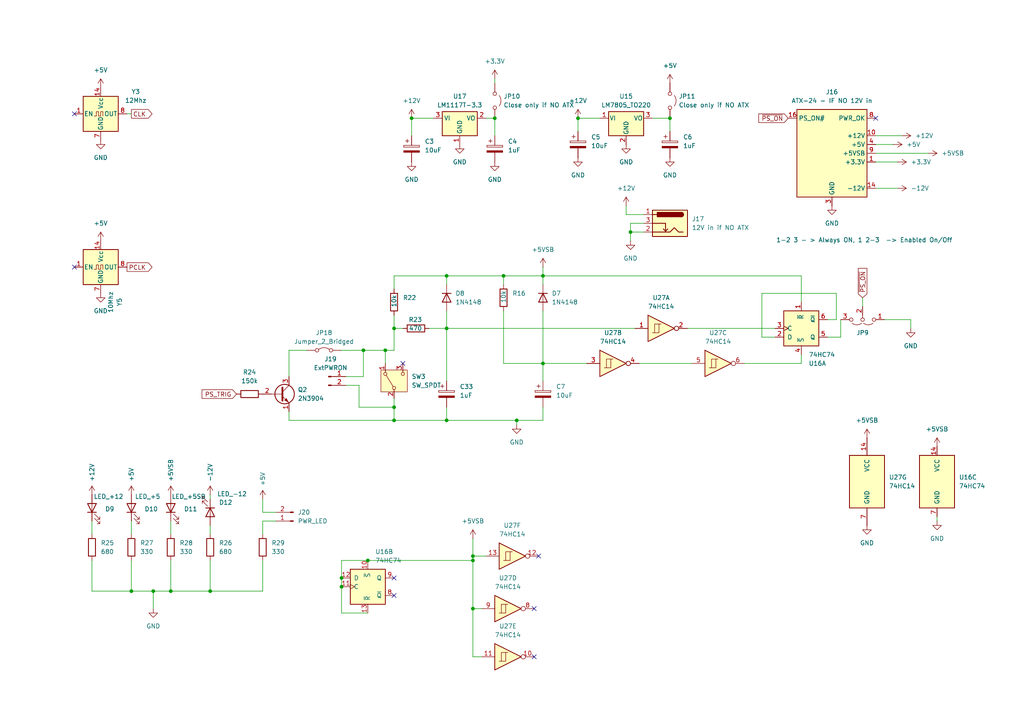
<source format=kicad_sch>
(kicad_sch (version 20250114) (generator "eeschema") (generator_version "9.0")
  (paper "A4")
  (lib_symbols
    (symbol "74xx:74HC14" (pin_names (offset 1.016))
      (property "Reference" "U" (at 0 1.27 0))
      (property "Value" "74HC14" (at 0 -1.27 0))
      (symbol "74HC14_1_0"
        (polyline (pts (xy -3.81 3.81) (xy -3.81 -3.81) (xy 3.81 0) (xy -3.81 3.81)) (stroke (width 0.254)) (fill (type background)))
        (pin input line (at -7.62 0 0) (length 3.81) (name "~") (number "1"))
        (pin output inverted (at 7.62 0 180) (length 3.81) (name "~") (number "2"))
      )
      (symbol "74HC14_1_1"
        (polyline (pts (xy -2.54 -1.27) (xy -0.635 -1.27) (xy -0.635 1.27) (xy 0 1.27)))
        (polyline (pts (xy -1.905 -1.27) (xy -1.905 1.27) (xy -0.635 1.27)))
      )
      (symbol "74HC14_2_0"
        (polyline (pts (xy -3.81 3.81) (xy -3.81 -3.81) (xy 3.81 0) (xy -3.81 3.81)) (stroke (width 0.254)) (fill (type background)))
        (pin input line (at -7.62 0 0) (length 3.81) (name "~") (number "3"))
        (pin output inverted (at 7.62 0 180) (length 3.81) (name "~") (number "4"))
      )
      (symbol "74HC14_2_1"
        (polyline (pts (xy -2.54 -1.27) (xy -0.635 -1.27) (xy -0.635 1.27) (xy 0 1.27)))
        (polyline (pts (xy -1.905 -1.27) (xy -1.905 1.27) (xy -0.635 1.27)))
      )
      (symbol "74HC14_3_0"
        (polyline (pts (xy -3.81 3.81) (xy -3.81 -3.81) (xy 3.81 0) (xy -3.81 3.81)) (stroke (width 0.254)) (fill (type background)))
        (pin input line (at -7.62 0 0) (length 3.81) (name "~") (number "5"))
        (pin output inverted (at 7.62 0 180) (length 3.81) (name "~") (number "6"))
      )
      (symbol "74HC14_3_1"
        (polyline (pts (xy -2.54 -1.27) (xy -0.635 -1.27) (xy -0.635 1.27) (xy 0 1.27)))
        (polyline (pts (xy -1.905 -1.27) (xy -1.905 1.27) (xy -0.635 1.27)))
      )
      (symbol "74HC14_4_0"
        (polyline (pts (xy -3.81 3.81) (xy -3.81 -3.81) (xy 3.81 0) (xy -3.81 3.81)) (stroke (width 0.254)) (fill (type background)))
        (pin input line (at -7.62 0 0) (length 3.81) (name "~") (number "9"))
        (pin output inverted (at 7.62 0 180) (length 3.81) (name "~") (number "8"))
      )
      (symbol "74HC14_4_1"
        (polyline (pts (xy -2.54 -1.27) (xy -0.635 -1.27) (xy -0.635 1.27) (xy 0 1.27)))
        (polyline (pts (xy -1.905 -1.27) (xy -1.905 1.27) (xy -0.635 1.27)))
      )
      (symbol "74HC14_5_0"
        (polyline (pts (xy -3.81 3.81) (xy -3.81 -3.81) (xy 3.81 0) (xy -3.81 3.81)) (stroke (width 0.254)) (fill (type background)))
        (pin input line (at -7.62 0 0) (length 3.81) (name "~") (number "11"))
        (pin output inverted (at 7.62 0 180) (length 3.81) (name "~") (number "10"))
      )
      (symbol "74HC14_5_1"
        (polyline (pts (xy -2.54 -1.27) (xy -0.635 -1.27) (xy -0.635 1.27) (xy 0 1.27)))
        (polyline (pts (xy -1.905 -1.27) (xy -1.905 1.27) (xy -0.635 1.27)))
      )
      (symbol "74HC14_6_0"
        (polyline (pts (xy -3.81 3.81) (xy -3.81 -3.81) (xy 3.81 0) (xy -3.81 3.81)) (stroke (width 0.254)) (fill (type background)))
        (pin input line (at -7.62 0 0) (length 3.81) (name "~") (number "13"))
        (pin output inverted (at 7.62 0 180) (length 3.81) (name "~") (number "12"))
      )
      (symbol "74HC14_6_1"
        (polyline (pts (xy -2.54 -1.27) (xy -0.635 -1.27) (xy -0.635 1.27) (xy 0 1.27)))
        (polyline (pts (xy -1.905 -1.27) (xy -1.905 1.27) (xy -0.635 1.27)))
      )
      (symbol "74HC14_7_0"
        (pin power_in line (at 0 12.7 270) (length 5.08) (name "VCC") (number "14"))
        (pin power_in line (at 0 -12.7 90) (length 5.08) (name "GND") (number "7"))
      )
      (symbol "74HC14_7_1"
        (rectangle (start -5.08 7.62) (end 5.08 -7.62) (stroke (width 0.254)) (fill (type background)))
      )
    )
    (symbol "74xx:74HC74" (pin_names (offset 1.016))
      (property "Reference" "U" (at -7.62 8.89 0))
      (property "Value" "74HC74" (at -7.62 -8.89 0))
      (symbol "74HC74_1_0"
        (pin input line (at -7.62 2.54 0) (length 2.54) (name "D") (number "2"))
        (pin input clock (at -7.62 0 0) (length 2.54) (name "C") (number "3"))
        (pin input line (at 0 7.62 270) (length 2.54) (name "~{S}") (number "4"))
        (pin input line (at 0 -7.62 90) (length 2.54) (name "~{R}") (number "1"))
        (pin output line (at 7.62 2.54 180) (length 2.54) (name "Q") (number "5"))
        (pin output line (at 7.62 -2.54 180) (length 2.54) (name "~{Q}") (number "6"))
      )
      (symbol "74HC74_1_1"
        (rectangle (start -5.08 5.08) (end 5.08 -5.08) (stroke (width 0.254)) (fill (type background)))
      )
      (symbol "74HC74_2_0"
        (pin input line (at -7.62 2.54 0) (length 2.54) (name "D") (number "12"))
        (pin input clock (at -7.62 0 0) (length 2.54) (name "C") (number "11"))
        (pin input line (at 0 7.62 270) (length 2.54) (name "~{S}") (number "10"))
        (pin input line (at 0 -7.62 90) (length 2.54) (name "~{R}") (number "13"))
        (pin output line (at 7.62 2.54 180) (length 2.54) (name "Q") (number "9"))
        (pin output line (at 7.62 -2.54 180) (length 2.54) (name "~{Q}") (number "8"))
      )
      (symbol "74HC74_2_1"
        (rectangle (start -5.08 5.08) (end 5.08 -5.08) (stroke (width 0.254)) (fill (type background)))
      )
      (symbol "74HC74_3_0"
        (pin power_in line (at 0 10.16 270) (length 2.54) (name "VCC") (number "14"))
        (pin power_in line (at 0 -10.16 90) (length 2.54) (name "GND") (number "7"))
      )
      (symbol "74HC74_3_1"
        (rectangle (start -5.08 7.62) (end 5.08 -7.62) (stroke (width 0.254)) (fill (type background)))
      )
    )
    (symbol "Connector:ATX-24"
      (property "Reference" "J" (at -8.89 13.97 0))
      (property "Value" "ATX-24" (at 6.35 13.97 0))
      (symbol "ATX-24_0_1"
        (rectangle (start -10.16 12.7) (end 10.16 -12.7) (stroke (width 0.254)) (fill (type background)))
      )
      (symbol "ATX-24_1_1"
        (pin open_collector line (at -12.7 10.16 0) (length 2.54) (name "PS_ON#") (number "16"))
        (pin no_connect line (at -10.16 0 0) (length 2.54) (hide yes) (name "NC") (number "20"))
        (pin passive line (at 0 -15.24 90) (length 2.54) (hide yes) (name "GND") (number "15"))
        (pin passive line (at 0 -15.24 90) (length 2.54) (hide yes) (name "GND") (number "17"))
        (pin passive line (at 0 -15.24 90) (length 2.54) (hide yes) (name "GND") (number "18"))
        (pin passive line (at 0 -15.24 90) (length 2.54) (hide yes) (name "GND") (number "19"))
        (pin passive line (at 0 -15.24 90) (length 2.54) (hide yes) (name "GND") (number "24"))
        (pin power_out line (at 0 -15.24 90) (length 2.54) (name "GND") (number "3"))
        (pin passive line (at 0 -15.24 90) (length 2.54) (hide yes) (name "GND") (number "5"))
        (pin passive line (at 0 -15.24 90) (length 2.54) (hide yes) (name "GND") (number "7"))
        (pin output line (at 12.7 10.16 180) (length 2.54) (name "PWR_OK") (number "8"))
        (pin power_out line (at 12.7 5.08 180) (length 2.54) (name "+12V") (number "10"))
        (pin passive line (at 12.7 5.08 180) (length 2.54) (hide yes) (name "+12V") (number "11"))
        (pin passive line (at 12.7 2.54 180) (length 2.54) (hide yes) (name "+5V") (number "21"))
        (pin passive line (at 12.7 2.54 180) (length 2.54) (hide yes) (name "+5V") (number "22"))
        (pin passive line (at 12.7 2.54 180) (length 2.54) (hide yes) (name "+5V") (number "23"))
        (pin power_out line (at 12.7 2.54 180) (length 2.54) (name "+5V") (number "4"))
        (pin passive line (at 12.7 2.54 180) (length 2.54) (hide yes) (name "+5V") (number "6"))
        (pin power_out line (at 12.7 0 180) (length 2.54) (name "+5VSB") (number "9"))
        (pin power_out line (at 12.7 -2.54 180) (length 2.54) (name "+3.3V") (number "1"))
        (pin passive line (at 12.7 -2.54 180) (length 2.54) (hide yes) (name "+3.3V") (number "12"))
        (pin passive line (at 12.7 -2.54 180) (length 2.54) (hide yes) (name "+3.3V") (number "13"))
        (pin passive line (at 12.7 -2.54 180) (length 2.54) (hide yes) (name "+3.3V") (number "2"))
        (pin power_out line (at 12.7 -10.16 180) (length 2.54) (name "-12V") (number "14"))
      )
    )
    (symbol "Connector:Barrel_Jack_Switch" (pin_names (hide yes))
      (property "Reference" "J" (at 0 5.334 0))
      (property "Value" "Barrel_Jack_Switch" (at 0 -5.08 0))
      (symbol "Barrel_Jack_Switch_0_1"
        (rectangle (start -5.08 3.81) (end 5.08 -3.81) (stroke (width 0.254)) (fill (type background)))
        (polyline (pts (xy -3.81 -2.54) (xy -2.54 -2.54) (xy -1.27 -1.27) (xy 0 -2.54) (xy 2.54 -2.54) (xy 5.08 -2.54)) (stroke (width 0.254)))
        (arc (start -3.302 1.905) (mid -3.9343 2.54) (end -3.302 3.175) (stroke (width 0.254)))
        (arc (start -3.302 1.905) (mid -3.9343 2.54) (end -3.302 3.175) (stroke (width 0.254)) (fill (type outline)))
        (polyline (pts (xy 1.27 -2.286) (xy 1.905 -1.651)) (stroke (width 0.254)))
        (rectangle (start 3.683 3.175) (end -3.302 1.905) (stroke (width 0.254)) (fill (type outline)))
        (polyline (pts (xy 5.08 2.54) (xy 3.81 2.54)) (stroke (width 0.254)))
        (polyline (pts (xy 5.08 0) (xy 1.27 0) (xy 1.27 -2.286) (xy 0.635 -1.651)) (stroke (width 0.254)))
      )
      (symbol "Barrel_Jack_Switch_1_1"
        (pin passive line (at 7.62 2.54 180) (length 2.54) (name "~") (number "1"))
        (pin passive line (at 7.62 0 180) (length 2.54) (name "~") (number "3"))
        (pin passive line (at 7.62 -2.54 180) (length 2.54) (name "~") (number "2"))
      )
    )
    (symbol "Connector:Conn_01x02_Pin" (pin_names (offset 1.016) (hide yes))
      (property "Reference" "J" (at 0 2.54 0))
      (property "Value" "Conn_01x02_Pin" (at 0 -5.08 0))
      (symbol "Conn_01x02_Pin_1_1"
        (rectangle (start 0.8636 0.127) (end 0 -0.127) (stroke (width 0.1524)) (fill (type outline)))
        (rectangle (start 0.8636 -2.413) (end 0 -2.667) (stroke (width 0.1524)) (fill (type outline)))
        (polyline (pts (xy 1.27 0) (xy 0.8636 0)) (stroke (width 0.1524)))
        (polyline (pts (xy 1.27 -2.54) (xy 0.8636 -2.54)) (stroke (width 0.1524)))
        (pin passive line (at 5.08 0 180) (length 3.81) (name "Pin_1") (number "1"))
        (pin passive line (at 5.08 -2.54 180) (length 3.81) (name "Pin_2") (number "2"))
      )
    )
    (symbol "Device:C_Polarized" (pin_numbers (hide yes)) (pin_names (offset 0.254))
      (property "Reference" "C" (at 0.635 2.54 0))
      (property "Value" "C_Polarized" (at 0.635 -2.54 0))
      (symbol "C_Polarized_0_1"
        (rectangle (start -2.286 0.508) (end 2.286 1.016))
        (polyline (pts (xy -1.778 2.286) (xy -0.762 2.286)))
        (polyline (pts (xy -1.27 2.794) (xy -1.27 1.778)))
        (rectangle (start 2.286 -0.508) (end -2.286 -1.016) (fill (type outline)))
      )
      (symbol "C_Polarized_1_1"
        (pin passive line (at 0 3.81 270) (length 2.794) (name "~") (number "1"))
        (pin passive line (at 0 -3.81 90) (length 2.794) (name "~") (number "2"))
      )
    )
    (symbol "Device:LED" (pin_numbers (hide yes)) (pin_names (offset 1.016) (hide yes))
      (property "Reference" "D" (at 0 2.54 0))
      (property "Value" "LED" (at 0 -2.54 0))
      (symbol "LED_0_1"
        (polyline (pts (xy -3.048 -0.762) (xy -4.572 -2.286) (xy -3.81 -2.286) (xy -4.572 -2.286) (xy -4.572 -1.524)))
        (polyline (pts (xy -1.778 -0.762) (xy -3.302 -2.286) (xy -2.54 -2.286) (xy -3.302 -2.286) (xy -3.302 -1.524)))
        (polyline (pts (xy -1.27 0) (xy 1.27 0)))
        (polyline (pts (xy -1.27 -1.27) (xy -1.27 1.27)) (stroke (width 0.254)))
        (polyline (pts (xy 1.27 -1.27) (xy 1.27 1.27) (xy -1.27 0) (xy 1.27 -1.27)) (stroke (width 0.254)))
      )
      (symbol "LED_1_1"
        (pin passive line (at -3.81 0 0) (length 2.54) (name "K") (number "1"))
        (pin passive line (at 3.81 0 180) (length 2.54) (name "A") (number "2"))
      )
    )
    (symbol "Device:R" (pin_numbers (hide yes)) (pin_names (offset 0))
      (property "Reference" "R" (at 2.032 0 90))
      (property "Value" "R" (at 0 0 90))
      (symbol "R_0_1"
        (rectangle (start -1.016 -2.54) (end 1.016 2.54) (stroke (width 0.254)))
      )
      (symbol "R_1_1"
        (pin passive line (at 0 3.81 270) (length 1.27) (name "~") (number "1"))
        (pin passive line (at 0 -3.81 90) (length 1.27) (name "~") (number "2"))
      )
    )
    (symbol "Diode:1N4148" (pin_numbers (hide yes)) (pin_names (hide yes))
      (property "Reference" "D" (at 0 2.54 0))
      (property "Value" "1N4148" (at 0 -2.54 0))
      (symbol "1N4148_0_1"
        (polyline (pts (xy -1.27 1.27) (xy -1.27 -1.27)) (stroke (width 0.254)))
        (polyline (pts (xy 1.27 1.27) (xy 1.27 -1.27) (xy -1.27 0) (xy 1.27 1.27)) (stroke (width 0.254)))
        (polyline (pts (xy 1.27 0) (xy -1.27 0)))
      )
      (symbol "1N4148_1_1"
        (pin passive line (at -3.81 0 0) (length 2.54) (name "K") (number "1"))
        (pin passive line (at 3.81 0 180) (length 2.54) (name "A") (number "2"))
      )
    )
    (symbol "Jumper:Jumper_2_Bridged" (pin_numbers (hide yes)) (pin_names (offset 0) (hide yes))
      (property "Reference" "JP" (at 0 1.905 0))
      (property "Value" "Jumper_2_Bridged" (at 0 -2.54 0))
      (symbol "Jumper_2_Bridged_0_0"
        (circle (center -2.032 0) (radius 0.508))
        (circle (center 2.032 0) (radius 0.508))
      )
      (symbol "Jumper_2_Bridged_0_1"
        (arc (start -1.524 0.254) (mid 0 0.762) (end 1.524 0.254))
      )
      (symbol "Jumper_2_Bridged_1_1"
        (pin passive line (at -5.08 0 0) (length 2.54) (name "A") (number "1"))
        (pin passive line (at 5.08 0 180) (length 2.54) (name "B") (number "2"))
      )
    )
    (symbol "Jumper:Jumper_2_Open" (pin_numbers (hide yes)) (pin_names (offset 0) (hide yes))
      (property "Reference" "JP" (at 0 2.794 0))
      (property "Value" "Jumper_2_Open" (at 0 -2.286 0))
      (symbol "Jumper_2_Open_0_0"
        (circle (center -2.032 0) (radius 0.508))
        (circle (center 2.032 0) (radius 0.508))
      )
      (symbol "Jumper_2_Open_0_1"
        (arc (start -1.524 1.27) (mid 0 1.778) (end 1.524 1.27))
      )
      (symbol "Jumper_2_Open_1_1"
        (pin passive line (at -5.08 0 0) (length 2.54) (name "A") (number "1"))
        (pin passive line (at 5.08 0 180) (length 2.54) (name "B") (number "2"))
      )
    )
    (symbol "Jumper:Jumper_3_Open" (pin_names (offset 0) (hide yes)) (in_bom no)
      (property "Reference" "JP" (at -2.54 -2.54 0))
      (property "Value" "Jumper_3_Open" (at 0 2.794 0))
      (symbol "Jumper_3_Open_0_0"
        (circle (center -3.302 0) (radius 0.508))
        (circle (center 0 0) (radius 0.508))
        (circle (center 3.302 0) (radius 0.508))
      )
      (symbol "Jumper_3_Open_0_1"
        (arc (start -3.048 1.016) (mid -1.651 1.4992) (end -0.254 1.016))
        (polyline (pts (xy 0 -0.508) (xy 0 -1.27)))
        (arc (start 0.254 1.016) (mid 1.651 1.4992) (end 3.048 1.016))
      )
      (symbol "Jumper_3_Open_1_1"
        (pin passive line (at -6.35 0 0) (length 2.54) (name "A") (number "1"))
        (pin passive line (at 0 -3.81 90) (length 2.54) (name "C") (number "2"))
        (pin passive line (at 6.35 0 180) (length 2.54) (name "B") (number "3"))
      )
    )
    (symbol "Oscillator:CXO_DIP14" (pin_names (offset 0.254))
      (property "Reference" "Y" (at -5.08 6.35 0))
      (property "Value" "CXO_DIP14" (at 1.27 -6.35 0))
      (symbol "CXO_DIP14_0_1"
        (rectangle (start -5.08 5.08) (end 5.08 -5.08) (stroke (width 0.254)) (fill (type background)))
        (polyline (pts (xy -1.905 -0.635) (xy -1.27 -0.635) (xy -1.27 0.635) (xy -0.635 0.635) (xy -0.635 -0.635) (xy 0 -0.635) (xy 0 0.635) (xy 0.635 0.635) (xy 0.635 -0.635)))
      )
      (symbol "CXO_DIP14_1_1"
        (pin input line (at -7.62 0 0) (length 2.54) (name "EN") (number "1"))
        (pin power_in line (at 0 7.62 270) (length 2.54) (name "Vcc") (number "14"))
        (pin power_in line (at 0 -7.62 90) (length 2.54) (name "GND") (number "7"))
        (pin output line (at 7.62 0 180) (length 2.54) (name "OUT") (number "8"))
      )
    )
    (symbol "Regulator_Linear:LM1117T-3.3"
      (property "Reference" "U" (at -3.81 3.175 0))
      (property "Value" "LM1117T-3.3" (at 0 3.175 0))
      (symbol "LM1117T-3.3_0_1"
        (rectangle (start -5.08 -5.08) (end 5.08 1.905) (stroke (width 0.254)) (fill (type background)))
      )
      (symbol "LM1117T-3.3_1_1"
        (pin power_in line (at -7.62 0 0) (length 2.54) (name "VI") (number "3"))
        (pin power_in line (at 0 -7.62 90) (length 2.54) (name "GND") (number "1"))
        (pin power_out line (at 7.62 0 180) (length 2.54) (name "VO") (number "2"))
      )
    )
    (symbol "Regulator_Linear:LM7805_TO220" (pin_names (offset 0.254))
      (property "Reference" "U" (at -3.81 3.175 0))
      (property "Value" "LM7805_TO220" (at 0 3.175 0))
      (symbol "LM7805_TO220_0_1"
        (rectangle (start -5.08 1.905) (end 5.08 -5.08) (stroke (width 0.254)) (fill (type background)))
      )
      (symbol "LM7805_TO220_1_1"
        (pin power_in line (at -7.62 0 0) (length 2.54) (name "VI") (number "1"))
        (pin power_in line (at 0 -7.62 90) (length 2.54) (name "GND") (number "2"))
        (pin power_out line (at 7.62 0 180) (length 2.54) (name "VO") (number "3"))
      )
    )
    (symbol "Switch:SW_SPDT" (pin_names (offset 0) (hide yes))
      (property "Reference" "SW" (at 0 5.08 0))
      (property "Value" "SW_SPDT" (at 0 -5.08 0))
      (symbol "SW_SPDT_0_1"
        (circle (center -2.032 0) (radius 0.4572))
        (polyline (pts (xy -1.651 0.254) (xy 1.651 2.286)))
        (circle (center 2.032 2.54) (radius 0.4572))
        (circle (center 2.032 -2.54) (radius 0.4572))
      )
      (symbol "SW_SPDT_1_1"
        (rectangle (start -3.175 3.81) (end 3.175 -3.81) (fill (type background)))
        (pin passive line (at -5.08 0 0) (length 2.54) (name "B") (number "2"))
        (pin passive line (at 5.08 2.54 180) (length 2.54) (name "A") (number "1"))
        (pin passive line (at 5.08 -2.54 180) (length 2.54) (name "C") (number "3"))
      )
    )
    (symbol "Transistor_BJT:2N3904" (pin_names (offset 0) (hide yes))
      (property "Reference" "Q" (at 5.08 1.905 0))
      (property "Value" "2N3904" (at 5.08 0 0))
      (symbol "2N3904_0_1"
        (polyline (pts (xy -2.54 0) (xy 0.635 0)))
        (polyline (pts (xy 0.635 1.905) (xy 0.635 -1.905)) (stroke (width 0.508)))
        (circle (center 1.27 0) (radius 2.8194) (stroke (width 0.254)))
      )
      (symbol "2N3904_1_1"
        (polyline (pts (xy 0.635 0.635) (xy 2.54 2.54)))
        (polyline (pts (xy 0.635 -0.635) (xy 2.54 -2.54)))
        (polyline (pts (xy 1.27 -1.778) (xy 1.778 -1.27) (xy 2.286 -2.286) (xy 1.27 -1.778)) (fill (type outline)))
        (pin input line (at -5.08 0 0) (length 2.54) (name "B") (number "2"))
        (pin passive line (at 2.54 5.08 270) (length 2.54) (name "C") (number "3"))
        (pin passive line (at 2.54 -5.08 90) (length 2.54) (name "E") (number "1"))
      )
    )
    (symbol "power:+12V" (power) (pin_numbers (hide yes)) (pin_names (offset 0) (hide yes))
      (property "Value" "+12V" (at 0 3.556 0))
      (symbol "+12V_0_1"
        (polyline (pts (xy -0.762 1.27) (xy 0 2.54)))
        (polyline (pts (xy 0 2.54) (xy 0.762 1.27)))
        (polyline (pts (xy 0 0) (xy 0 2.54)))
      )
      (symbol "+12V_1_1"
        (pin power_in line (at 0 0 90) (length 0) (name "~") (number "1"))
      )
    )
    (symbol "power:+3.3V" (power) (pin_numbers (hide yes)) (pin_names (offset 0) (hide yes))
      (property "Value" "+3.3V" (at 0 3.556 0))
      (symbol "+3.3V_0_1"
        (polyline (pts (xy -0.762 1.27) (xy 0 2.54)))
        (polyline (pts (xy 0 2.54) (xy 0.762 1.27)))
        (polyline (pts (xy 0 0) (xy 0 2.54)))
      )
      (symbol "+3.3V_1_1"
        (pin power_in line (at 0 0 90) (length 0) (name "~") (number "1"))
      )
    )
    (symbol "power:+5V" (power) (pin_numbers (hide yes)) (pin_names (offset 0) (hide yes))
      (property "Value" "+5V" (at 0 3.556 0))
      (symbol "+5V_0_1"
        (polyline (pts (xy -0.762 1.27) (xy 0 2.54)))
        (polyline (pts (xy 0 2.54) (xy 0.762 1.27)))
        (polyline (pts (xy 0 0) (xy 0 2.54)))
      )
      (symbol "+5V_1_1"
        (pin power_in line (at 0 0 90) (length 0) (name "~") (number "1"))
      )
    )
    (symbol "power:GND" (power) (pin_numbers (hide yes)) (pin_names (offset 0) (hide yes))
      (property "Value" "GND" (at 0 -3.81 0))
      (symbol "GND_0_1"
        (polyline (pts (xy 0 0) (xy 0 -1.27) (xy 1.27 -1.27) (xy 0 -2.54) (xy -1.27 -1.27) (xy 0 -1.27)))
      )
      (symbol "GND_1_1"
        (pin power_in line (at 0 0 270) (length 0) (name "~") (number "1"))
      )
    )
  )
  (junction (at 99.06 170.18))
  (junction (at 119.38 34.29))
  (junction (at 111.76 101.6))
  (junction (at 146.05 80.01))
  (junction (at 129.54 95.25))
  (junction (at 99.06 167.64))
  (junction (at 194.31 34.29))
  (junction (at 137.16 176.53))
  (junction (at 143.51 34.29))
  (junction (at 60.96 171.45))
  (junction (at 182.88 67.31))
  (junction (at 137.16 162.56))
  (junction (at 137.16 161.29))
  (junction (at 114.3 121.92))
  (junction (at 129.54 121.92))
  (junction (at 44.45 171.45))
  (junction (at 106.68 162.56))
  (junction (at 114.3 118.11))
  (junction (at 129.54 80.01))
  (junction (at 157.48 80.01))
  (junction (at 114.3 95.25))
  (junction (at 49.53 171.45))
  (junction (at 167.64 34.29))
  (junction (at 157.48 105.41))
  (junction (at 38.1 171.45))
  (junction (at 149.86 121.92))
  (junction (at 105.41 101.6))
  (no_connect (at 116.84 105.41))
  (no_connect (at 154.94 190.5))
  (no_connect (at 114.3 167.64))
  (no_connect (at 254 34.29))
  (no_connect (at 114.3 172.72))
  (no_connect (at 21.59 77.47))
  (no_connect (at 156.21 161.29))
  (no_connect (at 154.94 176.53))
  (no_connect (at 21.59 33.02))
  (wire (pts (xy 114.3 80.01) (xy 129.54 80.01)))
  (wire (pts (xy 99.06 167.64) (xy 99.06 162.56)))
  (wire (pts (xy 146.05 90.17) (xy 146.05 105.41)))
  (wire (pts (xy 157.48 110.49) (xy 157.48 105.41)))
  (wire (pts (xy 100.33 109.22) (xy 105.41 109.22)))
  (wire (pts (xy 240.03 97.79) (xy 243.84 97.79)))
  (wire (pts (xy 26.67 151.13) (xy 26.67 154.94)))
  (wire (pts (xy 114.3 83.82) (xy 114.3 80.01)))
  (wire (pts (xy 254 44.45) (xy 269.24 44.45)))
  (wire (pts (xy 250.19 86.36) (xy 250.19 88.9)))
  (wire (pts (xy 111.76 101.6) (xy 111.76 105.41)))
  (wire (pts (xy 114.3 95.25) (xy 114.3 101.6)))
  (wire (pts (xy 83.82 101.6) (xy 83.82 109.22)))
  (wire (pts (xy 242.57 85.09) (xy 220.98 85.09)))
  (wire (pts (xy 167.64 38.1) (xy 167.64 34.29)))
  (wire (pts (xy 114.3 91.44) (xy 114.3 95.25)))
  (wire (pts (xy 99.06 177.8) (xy 99.06 170.18)))
  (wire (pts (xy 105.41 101.6) (xy 111.76 101.6)))
  (wire (pts (xy 114.3 118.11) (xy 114.3 121.92)))
  (wire (pts (xy 232.41 80.01) (xy 157.48 80.01)))
  (wire (pts (xy 44.45 171.45) (xy 44.45 176.53)))
  (wire (pts (xy 182.88 69.85) (xy 182.88 67.31)))
  (wire (pts (xy 143.51 22.86) (xy 143.51 24.13)))
  (wire (pts (xy 182.88 67.31) (xy 186.69 67.31)))
  (wire (pts (xy 137.16 176.53) (xy 139.7 176.53)))
  (wire (pts (xy 26.67 162.56) (xy 26.67 171.45)))
  (wire (pts (xy 80.01 151.13) (xy 76.2 151.13)))
  (wire (pts (xy 99.06 170.18) (xy 99.06 167.64)))
  (wire (pts (xy 254 41.91) (xy 259.08 41.91)))
  (wire (pts (xy 60.96 143.51) (xy 60.96 144.78)))
  (wire (pts (xy 76.2 171.45) (xy 60.96 171.45)))
  (wire (pts (xy 104.14 111.76) (xy 104.14 118.11)))
  (wire (pts (xy 140.97 34.29) (xy 143.51 34.29)))
  (wire (pts (xy 181.61 62.23) (xy 186.69 62.23)))
  (wire (pts (xy 49.53 151.13) (xy 49.53 154.94)))
  (wire (pts (xy 182.88 64.77) (xy 182.88 67.31)))
  (wire (pts (xy 105.41 109.22) (xy 105.41 101.6)))
  (wire (pts (xy 157.48 121.92) (xy 149.86 121.92)))
  (wire (pts (xy 104.14 118.11) (xy 114.3 118.11)))
  (wire (pts (xy 256.54 92.71) (xy 264.16 92.71)))
  (wire (pts (xy 100.33 111.76) (xy 104.14 111.76)))
  (wire (pts (xy 149.86 121.92) (xy 149.86 123.19)))
  (wire (pts (xy 194.31 34.29) (xy 194.31 38.1)))
  (wire (pts (xy 181.61 59.69) (xy 181.61 62.23)))
  (wire (pts (xy 36.83 33.02) (xy 38.1 33.02)))
  (wire (pts (xy 60.96 152.4) (xy 60.96 154.94)))
  (wire (pts (xy 129.54 95.25) (xy 129.54 110.49)))
  (wire (pts (xy 232.41 105.41) (xy 232.41 102.87)))
  (wire (pts (xy 137.16 156.21) (xy 137.16 161.29)))
  (wire (pts (xy 83.82 119.38) (xy 83.82 121.92)))
  (wire (pts (xy 76.2 148.59) (xy 80.01 148.59)))
  (wire (pts (xy 143.51 34.29) (xy 143.51 39.37)))
  (wire (pts (xy 38.1 162.56) (xy 38.1 171.45)))
  (wire (pts (xy 146.05 80.01) (xy 157.48 80.01)))
  (wire (pts (xy 254 54.61) (xy 260.35 54.61)))
  (wire (pts (xy 60.96 162.56) (xy 60.96 171.45)))
  (wire (pts (xy 129.54 82.55) (xy 129.54 80.01)))
  (wire (pts (xy 129.54 80.01) (xy 146.05 80.01)))
  (wire (pts (xy 137.16 161.29) (xy 140.97 161.29)))
  (wire (pts (xy 129.54 95.25) (xy 184.15 95.25)))
  (wire (pts (xy 254 46.99) (xy 260.35 46.99)))
  (wire (pts (xy 271.78 149.86) (xy 271.78 151.13)))
  (wire (pts (xy 220.98 85.09) (xy 220.98 97.79)))
  (wire (pts (xy 264.16 92.71) (xy 264.16 95.25)))
  (wire (pts (xy 149.86 121.92) (xy 129.54 121.92)))
  (wire (pts (xy 83.82 121.92) (xy 114.3 121.92)))
  (wire (pts (xy 76.2 162.56) (xy 76.2 171.45)))
  (wire (pts (xy 157.48 77.47) (xy 157.48 80.01)))
  (wire (pts (xy 49.53 162.56) (xy 49.53 171.45)))
  (wire (pts (xy 157.48 80.01) (xy 157.48 82.55)))
  (wire (pts (xy 38.1 171.45) (xy 44.45 171.45)))
  (wire (pts (xy 26.67 171.45) (xy 38.1 171.45)))
  (wire (pts (xy 137.16 162.56) (xy 137.16 176.53)))
  (wire (pts (xy 119.38 39.37) (xy 119.38 34.29)))
  (wire (pts (xy 99.06 162.56) (xy 106.68 162.56)))
  (wire (pts (xy 114.3 115.57) (xy 114.3 118.11)))
  (wire (pts (xy 76.2 144.78) (xy 76.2 148.59)))
  (wire (pts (xy 186.69 64.77) (xy 182.88 64.77)))
  (wire (pts (xy 243.84 97.79) (xy 243.84 92.71)))
  (wire (pts (xy 137.16 176.53) (xy 137.16 190.5)))
  (wire (pts (xy 146.05 82.55) (xy 146.05 80.01)))
  (wire (pts (xy 83.82 101.6) (xy 88.9 101.6)))
  (wire (pts (xy 220.98 97.79) (xy 224.79 97.79)))
  (wire (pts (xy 189.23 34.29) (xy 194.31 34.29)))
  (wire (pts (xy 232.41 87.63) (xy 232.41 80.01)))
  (wire (pts (xy 242.57 92.71) (xy 242.57 85.09)))
  (wire (pts (xy 114.3 121.92) (xy 129.54 121.92)))
  (wire (pts (xy 119.38 34.29) (xy 125.73 34.29)))
  (wire (pts (xy 199.39 95.25) (xy 224.79 95.25)))
  (wire (pts (xy 157.48 105.41) (xy 170.18 105.41)))
  (wire (pts (xy 106.68 177.8) (xy 99.06 177.8)))
  (wire (pts (xy 129.54 90.17) (xy 129.54 95.25)))
  (wire (pts (xy 76.2 151.13) (xy 76.2 154.94)))
  (wire (pts (xy 137.16 190.5) (xy 139.7 190.5)))
  (wire (pts (xy 167.64 34.29) (xy 173.99 34.29)))
  (wire (pts (xy 60.96 171.45) (xy 49.53 171.45)))
  (wire (pts (xy 146.05 105.41) (xy 157.48 105.41)))
  (wire (pts (xy 157.48 90.17) (xy 157.48 105.41)))
  (wire (pts (xy 111.76 101.6) (xy 114.3 101.6)))
  (wire (pts (xy 240.03 92.71) (xy 242.57 92.71)))
  (wire (pts (xy 157.48 118.11) (xy 157.48 121.92)))
  (wire (pts (xy 114.3 95.25) (xy 116.84 95.25)))
  (wire (pts (xy 129.54 121.92) (xy 129.54 118.11)))
  (wire (pts (xy 106.68 162.56) (xy 137.16 162.56)))
  (wire (pts (xy 38.1 151.13) (xy 38.1 154.94)))
  (wire (pts (xy 261.62 39.37) (xy 254 39.37)))
  (wire (pts (xy 49.53 171.45) (xy 44.45 171.45)))
  (wire (pts (xy 99.06 101.6) (xy 105.41 101.6)))
  (wire (pts (xy 215.9 105.41) (xy 232.41 105.41)))
  (wire (pts (xy 124.46 95.25) (xy 129.54 95.25)))
  (wire (pts (xy 185.42 105.41) (xy 200.66 105.41)))
  (wire (pts (xy 137.16 161.29) (xy 137.16 162.56)))
  (global_label "CLK" (shape output) (at 38.1 33.02 0) (property "Intersheetrefs" "${INTERSHEET_REFS}" (effects (hide yes))))
  (global_label "~{PS_ON}" (shape input) (at 228.6 34.29 180) (property "Intersheetrefs" "${INTERSHEET_REFS}" (effects (hide yes))))
  (global_label "PS_TRIG" (shape input) (at 68.58 114.3 180) (property "Intersheetrefs" "${INTERSHEET_REFS}" (effects (hide yes))))
  (global_label "~{PS_ON}" (shape input) (at 250.19 86.36 90) (property "Intersheetrefs" "${INTERSHEET_REFS}" (effects (hide yes))))
  (global_label "PCLK" (shape output) (at 36.83 77.47 0) (property "Intersheetrefs" "${INTERSHEET_REFS}" (effects (hide yes))))
  (symbol (lib_id "Device:C_Polarized") (at 194.31 41.91 0) (unit 1)
    (property "Reference" "C6" (at 198.12 39.7509 0) (effects (justify left)))
    (property "Value" "1uF" (at 198.12 42.2909 0) (effects (justify left)))
    (property "Footprint" "Capacitor_THT:CP_Radial_D5.0mm_P2.50mm" (effects (hide yes)))
    (property "Description" "Polarized capacitor" (effects (hide yes)))
  )
  (symbol (lib_id "power:GND") (at 194.31 45.72 0) (unit 1)
    (property "Reference" "#PWR053" (effects (hide yes)))
    (property "Value" "GND" (at 194.31 50.8 0))
    (property "Description" "Power symbol creates a global label with name \"GND\" , ground" (effects (hide yes)))
  )
  (symbol (lib_id "power:GND") (at 271.78 151.13 0) (unit 1)
    (property "Reference" "#PWR060" (effects (hide yes)))
    (property "Value" "GND" (at 271.78 156.21 0))
    (property "Description" "Power symbol creates a global label with name \"GND\" , ground" (effects (hide yes)))
  )
  (symbol (lib_id "power:+12V") (at 261.62 39.37 270) (unit 1)
    (property "Reference" "#PWR057" (effects (hide yes)))
    (property "Value" "+12V" (at 265.43 39.3699 90) (effects (justify left)))
    (property "Description" "Power symbol creates a global label with name \"+12V\"" (effects (hide yes)))
  )
  (symbol (lib_id "Jumper:Jumper_2_Open") (at 194.31 29.21 270) (unit 1)
    (property "Reference" "JP11" (at 196.85 27.9399 90) (effects (justify left)))
    (property "Value" "Close only if NO ATX" (at 196.85 30.4799 90) (effects (justify left)))
    (property "Footprint" "Connector_PinHeader_2.54mm:PinHeader_1x02_P2.54mm_Vertical" (effects (hide yes)))
    (property "Description" "Jumper, 2-pole, open" (effects (hide yes)))
  )
  (symbol (lib_id "power:+12V") (at 271.78 129.54 0) (unit 1)
    (property "Reference" "#PWR0111" (effects (hide yes)))
    (property "Value" "+5VSB" (at 271.78 124.46 0))
    (property "Description" "Power symbol creates a global label with name \"+12V\"" (effects (hide yes)))
  )
  (symbol (lib_id "power:+12V") (at 259.08 41.91 270) (unit 1)
    (property "Reference" "#PWR058" (effects (hide yes)))
    (property "Value" "+5V" (at 262.89 41.9099 90) (effects (justify left)))
    (property "Description" "Power symbol creates a global label with name \"+12V\"" (effects (hide yes)))
  )
  (symbol (lib_id "74xx:74HC14") (at 148.59 161.29 0) (unit 6)
    (property "Reference" "U27" (at 148.59 152.4 0))
    (property "Value" "74HC14" (at 148.59 154.94 0))
    (property "Footprint" "Package_DIP:DIP-14_W7.62mm_Socket_LongPads" (effects (hide yes)))
    (property "Datasheet" "http://www.ti.com/lit/gpn/sn74HC14" (effects (hide yes)))
    (property "Description" "Hex inverter schmitt trigger" (effects (hide yes)))
  )
  (symbol (lib_id "power:+3.3V") (at 260.35 46.99 270) (unit 1)
    (property "Reference" "#PWR059" (effects (hide yes)))
    (property "Value" "+3.3V" (at 264.16 46.9899 90) (effects (justify left)))
    (property "Description" "Power symbol creates a global label with name \"+3.3V\"" (effects (hide yes)))
  )
  (symbol (lib_id "power:GND") (at 182.88 69.85 0) (unit 1)
    (property "Reference" "#PWR069" (effects (hide yes)))
    (property "Value" "GND" (at 182.88 74.93 0))
    (property "Description" "Power symbol creates a global label with name \"GND\" , ground" (effects (hide yes)))
  )
  (symbol (lib_id "Device:C_Polarized") (at 143.51 43.18 0) (unit 1)
    (property "Reference" "C4" (at 147.32 41.0209 0) (effects (justify left)))
    (property "Value" "1uF" (at 147.32 43.5609 0) (effects (justify left)))
    (property "Footprint" "Capacitor_THT:CP_Radial_D5.0mm_P2.50mm" (effects (hide yes)))
    (property "Description" "Polarized capacitor" (effects (hide yes)))
  )
  (symbol (lib_id "Switch:SW_SPDT") (at 114.3 110.49 90) (unit 1)
    (property "Reference" "SW3" (at 119.38 109.2199 90) (effects (justify right)))
    (property "Value" "SW_SPDT" (at 119.38 111.7599 90) (effects (justify right)))
    (property "Footprint" "Button_Switch_THT:SW_Slide_SPDT_Angled_CK_OS102011MA1Q" (effects (hide yes)))
    (property "Description" "Switch, single pole double throw" (effects (hide yes)))
  )
  (symbol (lib_id "Device:R") (at 146.05 86.36 0) (unit 1)
    (property "Reference" "R16" (at 148.59 85.0899 0) (effects (justify left)))
    (property "Value" "10k" (at 146.05 87.884 90) (effects (justify left)))
    (property "Footprint" "Resistor_THT:R_Axial_DIN0207_L6.3mm_D2.5mm_P10.16mm_Horizontal" (effects (hide yes)))
    (property "Description" "Resistor" (effects (hide yes)))
  )
  (symbol (lib_id "Device:R") (at 120.65 95.25 90) (unit 1)
    (property "Reference" "R23" (at 122.428 92.71 90) (effects (justify left)))
    (property "Value" "470" (at 122.428 95.25 90) (effects (justify left)))
    (property "Footprint" "Resistor_THT:R_Axial_DIN0207_L6.3mm_D2.5mm_P10.16mm_Horizontal" (effects (hide yes)))
    (property "Description" "Resistor" (effects (hide yes)))
  )
  (symbol (lib_id "Device:R") (at 26.67 158.75 0) (unit 1)
    (property "Reference" "R25" (at 29.21 157.4799 0) (effects (justify left)))
    (property "Value" "680" (at 29.21 160.0199 0) (effects (justify left)))
    (property "Footprint" "Resistor_THT:R_Axial_DIN0207_L6.3mm_D2.5mm_P10.16mm_Horizontal" (effects (hide yes)))
    (property "Description" "Resistor" (effects (hide yes)))
  )
  (symbol (lib_id "power:GND") (at 251.46 152.4 0) (unit 1)
    (property "Reference" "#PWR0112" (effects (hide yes)))
    (property "Value" "GND" (at 251.46 157.48 0))
    (property "Description" "Power symbol creates a global label with name \"GND\" , ground" (effects (hide yes)))
  )
  (symbol (lib_id "power:+12V") (at 60.96 143.51 0) (unit 1)
    (property "Reference" "#PWR0117" (effects (hide yes)))
    (property "Value" "-12V" (at 60.9599 139.7 90) (effects (justify left)))
    (property "Description" "Power symbol creates a global label with name \"+12V\"" (effects (hide yes)))
  )
  (symbol (lib_id "power:GND") (at 119.38 46.99 0) (unit 1)
    (property "Reference" "#PWR055" (effects (hide yes)))
    (property "Value" "GND" (at 119.38 52.07 0))
    (property "Description" "Power symbol creates a global label with name \"GND\" , ground" (effects (hide yes)))
  )
  (symbol (lib_id "74xx:74HC14") (at 208.28 105.41 0) (unit 3)
    (property "Reference" "U27" (at 208.28 96.52 0))
    (property "Value" "74HC14" (at 208.28 99.06 0))
    (property "Footprint" "Package_DIP:DIP-14_W7.62mm_Socket_LongPads" (effects (hide yes)))
    (property "Datasheet" "http://www.ti.com/lit/gpn/sn74HC14" (effects (hide yes)))
    (property "Description" "Hex inverter schmitt trigger" (effects (hide yes)))
  )
  (symbol (lib_id "Device:R") (at 72.39 114.3 90) (unit 1)
    (property "Reference" "R24" (at 72.39 107.95 90))
    (property "Value" "150k" (at 72.39 110.49 90))
    (property "Footprint" "Resistor_THT:R_Axial_DIN0207_L6.3mm_D2.5mm_P10.16mm_Horizontal" (effects (hide yes)))
    (property "Description" "Resistor" (effects (hide yes)))
  )
  (symbol (lib_id "Device:LED") (at 60.96 148.59 270) (unit 1)
    (property "Reference" "D12" (at 63.5 145.7324 90) (effects (justify left)))
    (property "Value" "LED_-12" (at 62.992 143.256 90) (effects (justify left)))
    (property "Footprint" "LED_THT:LED_D4.0mm" (effects (hide yes)))
    (property "Description" "Light emitting diode" (effects (hide yes)))
    (property "Sim.Pins" "1=K 2=A" (effects (hide yes)))
  )
  (symbol (lib_id "74xx:74HC74") (at 106.68 170.18 0) (unit 2)
    (property "Reference" "U16" (at 108.8233 160.02 0) (effects (justify left)))
    (property "Value" "74HC74" (at 108.8233 162.56 0) (effects (justify left)))
    (property "Footprint" "Package_DIP:DIP-14_W7.62mm_Socket_LongPads" (effects (hide yes)))
    (property "Datasheet" "74xx/74hc_hct74.pdf" (effects (hide yes)))
    (property "Description" "Dual D Flip-flop, Set & Reset" (effects (hide yes)))
  )
  (symbol (lib_id "74xx:74HC74") (at 271.78 139.7 0) (unit 3)
    (property "Reference" "U16" (at 278.13 138.4299 0) (effects (justify left)))
    (property "Value" "74HC74" (at 278.13 140.9699 0) (effects (justify left)))
    (property "Footprint" "Package_DIP:DIP-14_W7.62mm_Socket_LongPads" (effects (hide yes)))
    (property "Datasheet" "74xx/74hc_hct74.pdf" (effects (hide yes)))
    (property "Description" "Dual D Flip-flop, Set & Reset" (effects (hide yes)))
  )
  (symbol (lib_id "power:GND") (at 149.86 123.19 0) (unit 1)
    (property "Reference" "#PWR062" (effects (hide yes)))
    (property "Value" "GND" (at 149.86 128.27 0))
    (property "Description" "Power symbol creates a global label with name \"GND\" , ground" (effects (hide yes)))
  )
  (symbol (lib_id "Regulator_Linear:LM7805_TO220") (at 181.61 34.29 0) (unit 1)
    (property "Reference" "U15" (at 181.61 27.94 0))
    (property "Value" "LM7805_TO220" (at 181.61 30.48 0))
    (property "Footprint" "Package_TO_SOT_THT:TO-220-3_Horizontal_TabDown" (effects (hide yes)))
    (property "Datasheet" "https://www.onsemi.cn/PowerSolutions/document/MC7800-D.PDF" (effects (hide yes)))
    (property "Description" "Positive 1A 35V Linear Regulator, Fixed Output 5V, TO-220" (effects (hide yes)))
  )
  (symbol (lib_id "power:+12V") (at 157.48 77.47 0) (unit 1)
    (property "Reference" "#PWR061" (effects (hide yes)))
    (property "Value" "+5VSB" (at 157.48 72.39 0))
    (property "Description" "Power symbol creates a global label with name \"+12V\"" (effects (hide yes)))
  )
  (symbol (lib_id "Device:R") (at 114.3 87.63 0) (unit 1)
    (property "Reference" "R22" (at 116.84 86.3599 0) (effects (justify left)))
    (property "Value" "10k" (at 114.3 89.154 90) (effects (justify left)))
    (property "Footprint" "Resistor_THT:R_Axial_DIN0207_L6.3mm_D2.5mm_P10.16mm_Horizontal" (effects (hide yes)))
    (property "Description" "Resistor" (effects (hide yes)))
  )
  (symbol (lib_id "74xx:74HC74") (at 232.41 95.25 0) (mirror x) (unit 1)
    (property "Reference" "U16" (at 234.5533 105.41 0) (effects (justify left)))
    (property "Value" "74HC74" (at 234.5533 102.87 0) (effects (justify left)))
    (property "Footprint" "Package_DIP:DIP-14_W7.62mm_Socket_LongPads" (effects (hide yes)))
    (property "Datasheet" "74xx/74hc_hct74.pdf" (effects (hide yes)))
    (property "Description" "Dual D Flip-flop, Set & Reset" (effects (hide yes)))
  )
  (symbol (lib_id "Device:LED") (at 26.67 147.32 90) (unit 1)
    (property "Reference" "D9" (at 30.48 147.6374 90) (effects (justify right)))
    (property "Value" "LED_+12" (at 27.178 144.018 90) (effects (justify right)))
    (property "Footprint" "LED_THT:LED_D4.0mm" (effects (hide yes)))
    (property "Description" "Light emitting diode" (effects (hide yes)))
    (property "Sim.Pins" "1=K 2=A" (effects (hide yes)))
  )
  (symbol (lib_id "power:GND") (at 181.61 41.91 0) (unit 1)
    (property "Reference" "#PWR051" (effects (hide yes)))
    (property "Value" "GND" (at 181.61 46.99 0))
    (property "Description" "Power symbol creates a global label with name \"GND\" , ground" (effects (hide yes)))
  )
  (symbol (lib_id "power:+12V") (at 194.31 24.13 0) (unit 1)
    (property "Reference" "#PWR065" (effects (hide yes)))
    (property "Value" "+5V" (at 194.31 19.05 0))
    (property "Description" "Power symbol creates a global label with name \"+12V\"" (effects (hide yes)))
  )
  (symbol (lib_id "power:GND") (at 44.45 176.53 0) (unit 1)
    (property "Reference" "#PWR0120" (effects (hide yes)))
    (property "Value" "GND" (at 44.45 181.61 0))
    (property "Description" "Power symbol creates a global label with name \"GND\" , ground" (effects (hide yes)))
  )
  (symbol (lib_id "power:GND") (at 264.16 95.25 0) (unit 1)
    (property "Reference" "#PWR063" (effects (hide yes)))
    (property "Value" "GND" (at 264.16 100.33 0))
    (property "Description" "Power symbol creates a global label with name \"GND\" , ground" (effects (hide yes)))
  )
  (symbol (lib_id "74xx:74HC14") (at 251.46 139.7 0) (unit 7)
    (property "Reference" "U27" (at 257.81 138.4299 0) (effects (justify left)))
    (property "Value" "74HC14" (at 257.81 140.9699 0) (effects (justify left)))
    (property "Footprint" "Package_DIP:DIP-14_W7.62mm_Socket_LongPads" (effects (hide yes)))
    (property "Datasheet" "http://www.ti.com/lit/gpn/sn74HC14" (effects (hide yes)))
    (property "Description" "Hex inverter schmitt trigger" (effects (hide yes)))
  )
  (symbol (lib_id "power:GND") (at 241.3 59.69 0) (unit 1)
    (property "Reference" "#PWR056" (effects (hide yes)))
    (property "Value" "GND" (at 241.3 64.77 0))
    (property "Description" "Power symbol creates a global label with name \"GND\" , ground" (effects (hide yes)))
  )
  (symbol (lib_id "power:GND") (at 29.21 85.09 0) (unit 1)
    (property "Reference" "#PWR098" (effects (hide yes)))
    (property "Value" "GND" (at 29.21 90.17 0))
    (property "Description" "Power symbol creates a global label with name \"GND\" , ground" (effects (hide yes)))
  )
  (symbol (lib_id "power:+12V") (at 49.53 143.51 0) (unit 1)
    (property "Reference" "#PWR0119" (effects (hide yes)))
    (property "Value" "+5VSB" (at 49.5299 139.7 90) (effects (justify left)))
    (property "Description" "Power symbol creates a global label with name \"+12V\"" (effects (hide yes)))
  )
  (symbol (lib_id "Device:LED") (at 49.53 147.32 90) (unit 1)
    (property "Reference" "D11" (at 53.34 147.6374 90) (effects (justify right)))
    (property "Value" "LED_+5SB" (at 49.784 144.018 90) (effects (justify right)))
    (property "Footprint" "LED_THT:LED_D4.0mm" (effects (hide yes)))
    (property "Description" "Light emitting diode" (effects (hide yes)))
    (property "Sim.Pins" "1=K 2=A" (effects (hide yes)))
  )
  (symbol (lib_id "power:+12V") (at 26.67 143.51 0) (unit 1)
    (property "Reference" "#PWR0118" (effects (hide yes)))
    (property "Value" "+12V" (at 26.6699 139.7 90) (effects (justify left)))
    (property "Description" "Power symbol creates a global label with name \"+12V\"" (effects (hide yes)))
  )
  (symbol (lib_id "Device:LED") (at 38.1 147.32 90) (unit 1)
    (property "Reference" "D10" (at 41.91 147.6374 90) (effects (justify right)))
    (property "Value" "LED_+5" (at 39.116 144.018 90) (effects (justify right)))
    (property "Footprint" "LED_THT:LED_D4.0mm" (effects (hide yes)))
    (property "Description" "Light emitting diode" (effects (hide yes)))
    (property "Sim.Pins" "1=K 2=A" (effects (hide yes)))
  )
  (symbol (lib_id "Device:C_Polarized") (at 157.48 114.3 0) (unit 1)
    (property "Reference" "C7" (at 161.29 112.1409 0) (effects (justify left)))
    (property "Value" "10uF" (at 161.29 114.6809 0) (effects (justify left)))
    (property "Footprint" "Capacitor_THT:CP_Radial_D5.0mm_P2.50mm" (effects (hide yes)))
    (property "Description" "Polarized capacitor" (effects (hide yes)))
  )
  (symbol (lib_id "Connector:ATX-24") (at 241.3 44.45 0) (unit 1)
    (property "Reference" "J16" (at 241.3 26.67 0))
    (property "Value" "ATX-24 - IF NO 12V in" (at 241.3 29.21 0))
    (property "Footprint" "Connector_Molex:Molex_Mini-Fit_Jr_5566-24A2_2x12_P4.20mm_Vertical" (effects (hide yes)))
    (property "Datasheet" "https://www.intel.com/content/dam/www/public/us/en/documents/guides/power-supply-design-guide-june.pdf#page=33" (effects (hide yes)))
    (property "Description" "ATX Power supply 24pins" (effects (hide yes)))
  )
  (symbol (lib_id "Oscillator:CXO_DIP14") (at 29.21 77.47 0) (unit 1)
    (property "Reference" "Y5" (at 34.6554 87.63 90))
    (property "Value" "10Mhz" (at 32.1154 87.63 90))
    (property "Footprint" "Oscillator:Oscillator_DIP-14" (effects (hide yes)))
    (property "Datasheet" "http://cdn-reichelt.de/documents/datenblatt/B400/OSZI.pdf" (effects (hide yes)))
    (property "Description" "Crystal Clock Oscillator, DIP14-style metal package" (effects (hide yes)))
  )
  (symbol (lib_id "Diode:1N4148") (at 129.54 86.36 270) (unit 1)
    (property "Reference" "D8" (at 132.08 85.0899 90) (effects (justify left)))
    (property "Value" "1N4148" (at 132.08 87.6299 90) (effects (justify left)))
    (property "Footprint" "Diode_THT:D_DO-35_SOD27_P7.62mm_Horizontal" (effects (hide yes)))
    (property "Datasheet" "https://assets.nexperia.com/documents/data-sheet/1N4148_1N4448.pdf" (effects (hide yes)))
    (property "Description" "100V 0.15A standard switching diode, DO-35" (effects (hide yes)))
    (property "Sim.Device" "D" (effects (hide yes)))
    (property "Sim.Pins" "1=K 2=A" (effects (hide yes)))
  )
  (symbol (lib_id "power:+12V") (at 167.64 34.29 0) (unit 1)
    (property "Reference" "#PWR067" (effects (hide yes)))
    (property "Value" "+12V" (at 167.64 29.21 0))
    (property "Description" "Power symbol creates a global label with name \"+12V\"" (effects (hide yes)))
  )
  (symbol (lib_id "power:+12V") (at 119.38 34.29 0) (unit 1)
    (property "Reference" "#PWR066" (effects (hide yes)))
    (property "Value" "+12V" (at 119.38 29.21 0))
    (property "Description" "Power symbol creates a global label with name \"+12V\"" (effects (hide yes)))
  )
  (symbol (lib_id "Connector:Barrel_Jack_Switch") (at 194.31 64.77 0) (mirror y) (unit 1)
    (property "Reference" "J17" (at 200.66 63.4999 0) (effects (justify right)))
    (property "Value" "12V in if NO ATX" (at 200.66 66.0399 0) (effects (justify right)))
    (property "Footprint" "Connector_BarrelJack:BarrelJack_Horizontal" (effects (hide yes)))
    (property "Description" "DC Barrel Jack with an internal switch" (effects (hide yes)))
  )
  (symbol (lib_id "Connector:Conn_01x02_Pin") (at 95.25 109.22 0) (unit 1)
    (property "Reference" "J19" (at 95.885 104.14 0))
    (property "Value" "ExtPWRON" (at 95.885 106.68 0))
    (property "Footprint" "Connector_PinHeader_2.54mm:PinHeader_1x02_P2.54mm_Vertical" (effects (hide yes)))
    (property "Description" "Generic connector, single row, 01x02, script generated" (effects (hide yes)))
  )
  (symbol (lib_id "Device:R") (at 76.2 158.75 0) (unit 1)
    (property "Reference" "R29" (at 78.74 157.4799 0) (effects (justify left)))
    (property "Value" "330" (at 78.74 160.0199 0) (effects (justify left)))
    (property "Footprint" "Resistor_THT:R_Axial_DIN0207_L6.3mm_D2.5mm_P10.16mm_Horizontal" (effects (hide yes)))
    (property "Description" "Resistor" (effects (hide yes)))
  )
  (symbol (lib_id "Device:R") (at 38.1 158.75 0) (unit 1)
    (property "Reference" "R27" (at 40.64 157.4799 0) (effects (justify left)))
    (property "Value" "330" (at 40.64 160.0199 0) (effects (justify left)))
    (property "Footprint" "Resistor_THT:R_Axial_DIN0207_L6.3mm_D2.5mm_P10.16mm_Horizontal" (effects (hide yes)))
    (property "Description" "Resistor" (effects (hide yes)))
  )
  (symbol (lib_id "power:+12V") (at 38.1 143.51 0) (unit 1)
    (property "Reference" "#PWR0116" (effects (hide yes)))
    (property "Value" "+5V" (at 38.0999 139.7 90) (effects (justify left)))
    (property "Description" "Power symbol creates a global label with name \"+12V\"" (effects (hide yes)))
  )
  (symbol (lib_id "74xx:74HC14") (at 147.32 176.53 0) (unit 4)
    (property "Reference" "U27" (at 147.32 167.64 0))
    (property "Value" "74HC14" (at 147.32 170.18 0))
    (property "Footprint" "Package_DIP:DIP-14_W7.62mm_Socket_LongPads" (effects (hide yes)))
    (property "Datasheet" "http://www.ti.com/lit/gpn/sn74HC14" (effects (hide yes)))
    (property "Description" "Hex inverter schmitt trigger" (effects (hide yes)))
  )
  (symbol (lib_id "Device:R") (at 49.53 158.75 0) (unit 1)
    (property "Reference" "R28" (at 52.07 157.4799 0) (effects (justify left)))
    (property "Value" "330" (at 52.07 160.0199 0) (effects (justify left)))
    (property "Footprint" "Resistor_THT:R_Axial_DIN0207_L6.3mm_D2.5mm_P10.16mm_Horizontal" (effects (hide yes)))
    (property "Description" "Resistor" (effects (hide yes)))
  )
  (symbol (lib_id "Transistor_BJT:2N3904") (at 81.28 114.3 0) (unit 1)
    (property "Reference" "Q2" (at 86.36 113.0299 0) (effects (justify left)))
    (property "Value" "2N3904" (at 86.36 115.5699 0) (effects (justify left)))
    (property "Footprint" "Package_TO_SOT_THT:TO-92_Inline" (effects (hide yes)))
    (property "Datasheet" "https://www.onsemi.com/pub/Collateral/2N3903-D.PDF" (effects (hide yes)))
    (property "Description" "0.2A Ic, 40V Vce, Small Signal NPN Transistor, TO-92" (effects (hide yes)))
  )
  (symbol (lib_id "power:GND") (at 29.21 40.64 0) (unit 1)
    (property "Reference" "#PWR047" (effects (hide yes)))
    (property "Value" "GND" (at 29.21 45.72 0))
    (property "Description" "Power symbol creates a global label with name \"GND\" , ground" (effects (hide yes)))
  )
  (symbol (lib_id "Device:C_Polarized") (at 129.54 114.3 0) (unit 1)
    (property "Reference" "C33" (at 133.35 112.1409 0) (effects (justify left)))
    (property "Value" "1uF" (at 133.35 114.6809 0) (effects (justify left)))
    (property "Footprint" "Capacitor_THT:CP_Radial_D5.0mm_P2.50mm" (effects (hide yes)))
    (property "Description" "Polarized capacitor" (effects (hide yes)))
  )
  (symbol (lib_id "Diode:1N4148") (at 157.48 86.36 270) (unit 1)
    (property "Reference" "D7" (at 160.02 85.0899 90) (effects (justify left)))
    (property "Value" "1N4148" (at 160.02 87.6299 90) (effects (justify left)))
    (property "Footprint" "Diode_THT:D_DO-35_SOD27_P7.62mm_Horizontal" (effects (hide yes)))
    (property "Datasheet" "https://assets.nexperia.com/documents/data-sheet/1N4148_1N4448.pdf" (effects (hide yes)))
    (property "Description" "100V 0.15A standard switching diode, DO-35" (effects (hide yes)))
    (property "Sim.Device" "D" (effects (hide yes)))
    (property "Sim.Pins" "1=K 2=A" (effects (hide yes)))
  )
  (symbol (lib_id "Jumper:Jumper_2_Bridged") (at 93.98 101.6 0) (unit 1)
    (property "Reference" "JP18" (at 93.98 96.52 0))
    (property "Value" "Jumper_2_Bridged" (at 93.98 99.06 0))
    (property "Footprint" "Connector_PinHeader_2.54mm:PinHeader_1x02_P2.54mm_Vertical" (effects (hide yes)))
    (property "Description" "Jumper, 2-pole, closed/bridged" (effects (hide yes)))
  )
  (symbol (lib_id "power:+3.3V") (at 143.51 22.86 0) (unit 1)
    (property "Reference" "#PWR064" (effects (hide yes)))
    (property "Value" "+3.3V" (at 143.51 17.78 0))
    (property "Description" "Power symbol creates a global label with name \"+3.3V\"" (effects (hide yes)))
  )
  (symbol (lib_id "Jumper:Jumper_3_Open") (at 250.19 92.71 180) (unit 1) (in_bom no)
    (property "Reference" "JP9" (at 250.19 96.52 0))
    (property "Value" "1-2 3 - > Always ON, 1 2-3  -> Enabled On/Off" (at 250.698 69.596 0))
    (property "Footprint" "Connector_PinHeader_2.54mm:PinHeader_1x03_P2.54mm_Vertical" (effects (hide yes)))
    (property "Description" "Jumper, 3-pole, both open" (effects (hide yes)))
  )
  (symbol (lib_id "Device:C_Polarized") (at 119.38 43.18 0) (unit 1)
    (property "Reference" "C3" (at 123.19 41.0209 0) (effects (justify left)))
    (property "Value" "10uF" (at 123.19 43.5609 0) (effects (justify left)))
    (property "Footprint" "Capacitor_THT:CP_Radial_D5.0mm_P2.50mm" (effects (hide yes)))
    (property "Description" "Polarized capacitor" (effects (hide yes)))
  )
  (symbol (lib_id "power:GND") (at 167.64 45.72 0) (unit 1)
    (property "Reference" "#PWR052" (effects (hide yes)))
    (property "Value" "GND" (at 167.64 50.8 0))
    (property "Description" "Power symbol creates a global label with name \"GND\" , ground" (effects (hide yes)))
  )
  (symbol (lib_id "power:GND") (at 143.51 46.99 0) (unit 1)
    (property "Reference" "#PWR054" (effects (hide yes)))
    (property "Value" "GND" (at 143.51 52.07 0))
    (property "Description" "Power symbol creates a global label with name \"GND\" , ground" (effects (hide yes)))
  )
  (symbol (lib_id "74xx:74HC14") (at 191.77 95.25 0) (unit 1)
    (property "Reference" "U27" (at 191.77 86.36 0))
    (property "Value" "74HC14" (at 191.77 88.9 0))
    (property "Footprint" "Package_DIP:DIP-14_W7.62mm_Socket_LongPads" (effects (hide yes)))
    (property "Datasheet" "http://www.ti.com/lit/gpn/sn74HC14" (effects (hide yes)))
    (property "Description" "Hex inverter schmitt trigger" (effects (hide yes)))
  )
  (symbol (lib_id "Connector:Conn_01x02_Pin") (at 85.09 151.13 180) (unit 1)
    (property "Reference" "J20" (at 86.36 148.5899 0) (effects (justify right)))
    (property "Value" "PWR_LED" (at 86.36 151.1299 0) (effects (justify right)))
    (property "Footprint" "Connector_PinHeader_2.54mm:PinHeader_1x02_P2.54mm_Vertical" (effects (hide yes)))
    (property "Description" "Generic connector, single row, 01x02, script generated" (effects (hide yes)))
  )
  (symbol (lib_id "74xx:74HC14") (at 147.32 190.5 0) (unit 5)
    (property "Reference" "U27" (at 147.32 181.61 0))
    (property "Value" "74HC14" (at 147.32 184.15 0))
    (property "Footprint" "Package_DIP:DIP-14_W7.62mm_Socket_LongPads" (effects (hide yes)))
    (property "Datasheet" "http://www.ti.com/lit/gpn/sn74HC14" (effects (hide yes)))
    (property "Description" "Hex inverter schmitt trigger" (effects (hide yes)))
  )
  (symbol (lib_id "power:+12V") (at 260.35 54.61 270) (unit 1)
    (property "Reference" "#PWR0115" (effects (hide yes)))
    (property "Value" "-12V" (at 264.16 54.6099 90) (effects (justify left)))
    (property "Description" "Power symbol creates a global label with name \"+12V\"" (effects (hide yes)))
  )
  (symbol (lib_id "power:+12V") (at 76.2 144.78 0) (unit 1)
    (property "Reference" "#PWR0121" (effects (hide yes)))
    (property "Value" "+5V" (at 76.1999 140.97 90) (effects (justify left)))
    (property "Description" "Power symbol creates a global label with name \"+12V\"" (effects (hide yes)))
  )
  (symbol (lib_id "74xx:74HC14") (at 177.8 105.41 0) (unit 2)
    (property "Reference" "U27" (at 177.8 96.52 0))
    (property "Value" "74HC14" (at 177.8 99.06 0))
    (property "Footprint" "Package_DIP:DIP-14_W7.62mm_Socket_LongPads" (effects (hide yes)))
    (property "Datasheet" "http://www.ti.com/lit/gpn/sn74HC14" (effects (hide yes)))
    (property "Description" "Hex inverter schmitt trigger" (effects (hide yes)))
  )
  (symbol (lib_id "power:+12V") (at 251.46 127 0) (unit 1)
    (property "Reference" "#PWR0113" (effects (hide yes)))
    (property "Value" "+5VSB" (at 251.46 121.92 0))
    (property "Description" "Power symbol creates a global label with name \"+12V\"" (effects (hide yes)))
  )
  (symbol (lib_id "Device:R") (at 60.96 158.75 0) (unit 1)
    (property "Reference" "R26" (at 63.5 157.4799 0) (effects (justify left)))
    (property "Value" "680" (at 63.5 160.0199 0) (effects (justify left)))
    (property "Footprint" "Resistor_THT:R_Axial_DIN0207_L6.3mm_D2.5mm_P10.16mm_Horizontal" (effects (hide yes)))
    (property "Description" "Resistor" (effects (hide yes)))
  )
  (symbol (lib_id "power:+12V") (at 181.61 59.69 0) (unit 1)
    (property "Reference" "#PWR068" (effects (hide yes)))
    (property "Value" "+12V" (at 181.61 54.61 0))
    (property "Description" "Power symbol creates a global label with name \"+12V\"" (effects (hide yes)))
  )
  (symbol (lib_id "Oscillator:CXO_DIP14") (at 29.21 33.02 0) (unit 1)
    (property "Reference" "Y3" (at 39.37 26.5998 0))
    (property "Value" "12Mhz" (at 39.37 29.1398 0))
    (property "Footprint" "Oscillator:Oscillator_DIP-14" (effects (hide yes)))
    (property "Datasheet" "http://cdn-reichelt.de/documents/datenblatt/B400/OSZI.pdf" (effects (hide yes)))
    (property "Description" "Crystal Clock Oscillator, DIP14-style metal package" (effects (hide yes)))
  )
  (symbol (lib_id "power:+5V") (at 29.21 69.85 0) (unit 1)
    (property "Reference" "#PWR097" (effects (hide yes)))
    (property "Value" "+5V" (at 29.21 64.77 0))
    (property "Description" "Power symbol creates a global label with name \"+5V\"" (effects (hide yes)))
  )
  (symbol (lib_id "power:+5V") (at 29.21 25.4 0) (unit 1)
    (property "Reference" "#PWR046" (effects (hide yes)))
    (property "Value" "+5V" (at 29.21 20.32 0))
    (property "Description" "Power symbol creates a global label with name \"+5V\"" (effects (hide yes)))
  )
  (symbol (lib_id "power:+12V") (at 269.24 44.45 270) (unit 1)
    (property "Reference" "#PWR0110" (effects (hide yes)))
    (property "Value" "+5VSB" (at 273.05 44.4499 90) (effects (justify left)))
    (property "Description" "Power symbol creates a global label with name \"+12V\"" (effects (hide yes)))
  )
  (symbol (lib_id "power:+12V") (at 137.16 156.21 0) (unit 1)
    (property "Reference" "#PWR0114" (effects (hide yes)))
    (property "Value" "+5VSB" (at 137.16 151.13 0))
    (property "Description" "Power symbol creates a global label with name \"+12V\"" (effects (hide yes)))
  )
  (symbol (lib_id "Regulator_Linear:LM1117T-3.3") (at 133.35 34.29 0) (unit 1)
    (property "Reference" "U17" (at 133.35 27.94 0))
    (property "Value" "LM1117T-3.3" (at 133.35 30.48 0))
    (property "Footprint" "Package_TO_SOT_THT:TO-220-3_Horizontal_TabDown" (effects (hide yes)))
    (property "Datasheet" "http://www.ti.com/lit/ds/symlink/lm1117.pdf" (effects (hide yes)))
    (property "Description" "800mA Low-Dropout Linear Regulator, 3.3V fixed output, TO-220" (effects (hide yes)))
  )
  (symbol (lib_id "power:GND") (at 133.35 41.91 0) (unit 1)
    (property "Reference" "#PWR050" (effects (hide yes)))
    (property "Value" "GND" (at 133.35 46.99 0))
    (property "Description" "Power symbol creates a global label with name \"GND\" , ground" (effects (hide yes)))
  )
  (symbol (lib_id "Jumper:Jumper_2_Open") (at 143.51 29.21 270) (unit 1)
    (property "Reference" "JP10" (at 146.05 27.9399 90) (effects (justify left)))
    (property "Value" "Close only if NO ATX" (at 146.05 30.4799 90) (effects (justify left)))
    (property "Footprint" "Connector_PinHeader_2.54mm:PinHeader_1x02_P2.54mm_Vertical" (effects (hide yes)))
    (property "Description" "Jumper, 2-pole, open" (effects (hide yes)))
  )
  (symbol (lib_id "Device:C_Polarized") (at 167.64 41.91 0) (unit 1)
    (property "Reference" "C5" (at 171.45 39.7509 0) (effects (justify left)))
    (property "Value" "10uF" (at 171.45 42.2909 0) (effects (justify left)))
    (property "Footprint" "Capacitor_THT:CP_Radial_D5.0mm_P2.50mm" (effects (hide yes)))
    (property "Description" "Polarized capacitor" (effects (hide yes)))
  )
)
</source>
